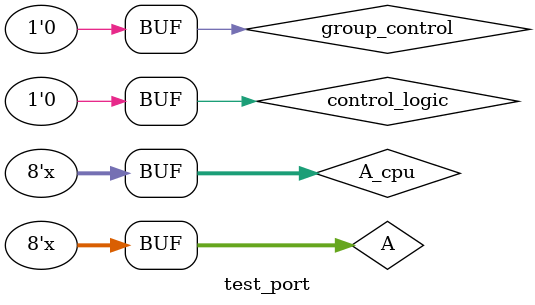
<source format=v>
`timescale 1ns / 1ps
module Port_A(
inout  [7:0] A,
inout  [7:0] A_cpu,
input group_control,// control on or out
input control_logic // to activate the port
    );
	 
	 /*
	 A is the wire connected to IO device 
	 A_CPU is the wire connected to the internal bus 
	 group_control is responable for making port input "1" or output "if 0"
	 control logic is responsable for enable the port " if 1" or not "if 0" 
	 
	 */
assign A = (!control_logic)? 8'bzzzz_zzzz : (!group_control)? A_cpu: 8'bzzzz_zzzz; // if group_control = 0 A is output
assign A_cpu = (!control_logic)? 8'bzzzz_zzzz: (group_control)? A: 8'bzzzz_zzzz; // if control_group = 0 "reset" then A is input . if group_control = 1 A input  

endmodule



module test_port();


wire [7:0] A,A_cpu;
reg group_control,control_logic;


 
 assign A=(group_control)? 8'd20:8'bzzzz_zzzz;
 assign A_cpu=(group_control)?8'bzzzz_zzzz:(!control_logic)? A : 8'd30;
 
 initial
 begin
 control_logic <=1'b1;
 group_control=1'b1;
 #10      //A= 20 //A_cpu =20
 
 group_control=1'b0;
 #10 //both 30


control_logic <=1'b0;
 group_control=1'b1;
 #10
 
 group_control=1'b0; 
 
 
 end
	 
 Port_A  Port1(A,A_cpu,group_control,control_logic);

 	 


endmodule
</source>
